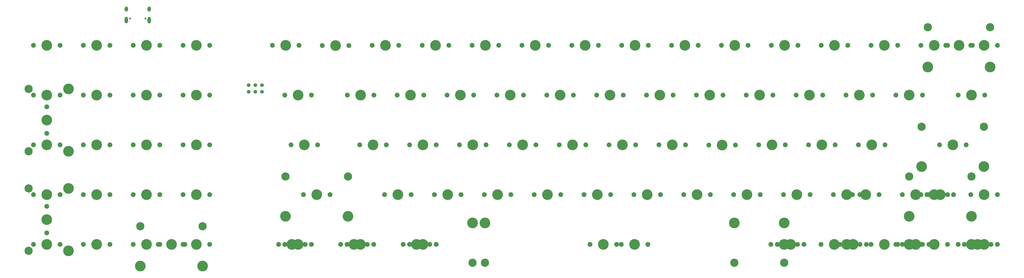
<source format=gts>
G04 #@! TF.GenerationSoftware,KiCad,Pcbnew,(5.1.4)-1*
G04 #@! TF.CreationDate,2020-10-07T14:53:25-04:00*
G04 #@! TF.ProjectId,southpawpcbv2,736f7574-6870-4617-9770-636276322e6b,rev?*
G04 #@! TF.SameCoordinates,Original*
G04 #@! TF.FileFunction,Soldermask,Top*
G04 #@! TF.FilePolarity,Negative*
%FSLAX46Y46*%
G04 Gerber Fmt 4.6, Leading zero omitted, Abs format (unit mm)*
G04 Created by KiCad (PCBNEW (5.1.4)-1) date 2020-10-07 14:53:25*
%MOMM*%
%LPD*%
G04 APERTURE LIST*
%ADD10C,4.087800*%
%ADD11C,1.850000*%
%ADD12C,3.148000*%
%ADD13C,0.750000*%
%ADD14O,1.300000X2.500000*%
%ADD15O,1.300000X1.900000*%
%ADD16C,1.408000*%
G04 APERTURE END LIST*
D10*
G04 #@! TO.C,MX51*
X251600000Y6400000D03*
D11*
X246520000Y6400000D03*
X256680000Y6400000D03*
G04 #@! TD*
D10*
G04 #@! TO.C,MX101*
X270700000Y6350000D03*
D11*
X265620000Y6350000D03*
X275780000Y6350000D03*
G04 #@! TD*
D10*
G04 #@! TO.C,MX13*
X17526000Y6350000D03*
D11*
X12446000Y6350000D03*
X22606000Y6350000D03*
D12*
X5619750Y13335000D03*
X29432250Y13335000D03*
D10*
X5619750Y-1905000D03*
X29432250Y-1905000D03*
G04 #@! TD*
G04 #@! TO.C,MX60*
X182499000Y6350000D03*
D11*
X177419000Y6350000D03*
X187579000Y6350000D03*
D12*
X132499100Y-635000D03*
X232498900Y-635000D03*
D10*
X132499100Y14605000D03*
X232498900Y14605000D03*
G04 #@! TD*
G04 #@! TO.C,MX61*
X194437000Y6350000D03*
D11*
X189357000Y6350000D03*
X199517000Y6350000D03*
D12*
X137287000Y-635000D03*
X251587000Y-635000D03*
D10*
X137287000Y14605000D03*
X251587000Y14605000D03*
G04 #@! TD*
G04 #@! TO.C,MX98*
X315995192Y44469869D03*
D11*
X310915192Y44469869D03*
X321075192Y44469869D03*
D12*
X304088942Y51454869D03*
X327901442Y51454869D03*
D10*
X304088942Y36214869D03*
X327901442Y36214869D03*
G04 #@! TD*
G04 #@! TO.C,MX68*
X227841206Y44414246D03*
D11*
X222761206Y44414246D03*
X232921206Y44414246D03*
G04 #@! TD*
D10*
G04 #@! TO.C,MX38*
X99280341Y82549283D03*
D11*
X94200341Y82549283D03*
X104360341Y82549283D03*
G04 #@! TD*
D10*
G04 #@! TO.C,MX56*
X175514000Y82550000D03*
D11*
X170434000Y82550000D03*
X180594000Y82550000D03*
G04 #@! TD*
D10*
G04 #@! TO.C,MX93*
X301752000Y6350000D03*
D11*
X296672000Y6350000D03*
X306832000Y6350000D03*
G04 #@! TD*
D10*
G04 #@! TO.C,MX88*
X308864000Y6350000D03*
D11*
X303784000Y6350000D03*
X313944000Y6350000D03*
G04 #@! TD*
D10*
G04 #@! TO.C,MX104*
X299339000Y6350000D03*
D11*
X294259000Y6350000D03*
X304419000Y6350000D03*
G04 #@! TD*
D10*
G04 #@! TO.C,MX28*
X282702000Y25400000D03*
D11*
X277622000Y25400000D03*
X287782000Y25400000D03*
G04 #@! TD*
D10*
G04 #@! TO.C,MX12*
X-11049000Y6350000D03*
D11*
X-16129000Y6350000D03*
X-5969000Y6350000D03*
G04 #@! TD*
D10*
G04 #@! TO.C,MX97*
X323124788Y63519096D03*
D11*
X318044788Y63519096D03*
X328204788Y63519096D03*
G04 #@! TD*
D10*
G04 #@! TO.C,MX24*
X63500000Y6350000D03*
D11*
X58420000Y6350000D03*
X68580000Y6350000D03*
G04 #@! TD*
D10*
G04 #@! TO.C,MX81*
X277876000Y6350000D03*
D11*
X272796000Y6350000D03*
X282956000Y6350000D03*
G04 #@! TD*
D13*
G04 #@! TO.C,USB1*
X7538200Y92810000D03*
X1758200Y92810000D03*
D14*
X328200Y92280000D03*
X8968200Y92280000D03*
D15*
X328200Y96460000D03*
X8968200Y96460000D03*
G04 #@! TD*
D16*
G04 #@! TO.C,J1*
X52070000Y64770000D03*
X52070000Y67310000D03*
X46990000Y67310000D03*
X46990000Y64770000D03*
X49530000Y67310000D03*
X49530000Y64770000D03*
G04 #@! TD*
D10*
G04 #@! TO.C,MX103*
X327914000Y82550000D03*
D11*
X322834000Y82550000D03*
X332994000Y82550000D03*
G04 #@! TD*
D10*
G04 #@! TO.C,MX102*
X318343779Y82556296D03*
D11*
X313263779Y82556296D03*
X323423779Y82556296D03*
D12*
X306437529Y89541296D03*
X330250029Y89541296D03*
D10*
X306437529Y74301296D03*
X330250029Y74301296D03*
G04 #@! TD*
G04 #@! TO.C,MX100*
X323088000Y6350000D03*
D11*
X318008000Y6350000D03*
X328168000Y6350000D03*
G04 #@! TD*
D10*
G04 #@! TO.C,MX99*
X327914000Y25400000D03*
D11*
X322834000Y25400000D03*
X332994000Y25400000D03*
G04 #@! TD*
D10*
G04 #@! TO.C,MX96*
X308864000Y82550000D03*
D11*
X303784000Y82550000D03*
X313944000Y82550000D03*
G04 #@! TD*
G04 #@! TO.C,MX95*
X330581000Y6350000D03*
X320421000Y6350000D03*
D10*
X325501000Y6350000D03*
G04 #@! TD*
G04 #@! TO.C,MX94*
X327914000Y6350000D03*
D11*
X322834000Y6350000D03*
X332994000Y6350000D03*
G04 #@! TD*
D10*
G04 #@! TO.C,MX92*
X308864000Y25400000D03*
D11*
X303784000Y25400000D03*
X313944000Y25400000D03*
G04 #@! TD*
D10*
G04 #@! TO.C,MX90*
X299290998Y63514483D03*
D11*
X294210998Y63514483D03*
X304370998Y63514483D03*
G04 #@! TD*
D10*
G04 #@! TO.C,MX89*
X289814000Y82550000D03*
D11*
X284734000Y82550000D03*
X294894000Y82550000D03*
G04 #@! TD*
D10*
G04 #@! TO.C,MX87*
X301752000Y25400000D03*
D11*
X296672000Y25400000D03*
X306832000Y25400000D03*
G04 #@! TD*
D10*
G04 #@! TO.C,MX86*
X289814000Y6350000D03*
D11*
X284734000Y6350000D03*
X294894000Y6350000D03*
G04 #@! TD*
D10*
G04 #@! TO.C,MX85*
X323106250Y17145000D03*
X299293750Y17145000D03*
D12*
X323106250Y32385000D03*
X299293750Y32385000D03*
D11*
X316280000Y25400000D03*
X306120000Y25400000D03*
D10*
X311200000Y25400000D03*
G04 #@! TD*
G04 #@! TO.C,MX84*
X284988000Y44450000D03*
D11*
X279908000Y44450000D03*
X290068000Y44450000D03*
G04 #@! TD*
D10*
G04 #@! TO.C,MX83*
X280289000Y63500000D03*
D11*
X275209000Y63500000D03*
X285369000Y63500000D03*
G04 #@! TD*
D10*
G04 #@! TO.C,MX82*
X270764000Y82550000D03*
D11*
X265684000Y82550000D03*
X275844000Y82550000D03*
G04 #@! TD*
D10*
G04 #@! TO.C,MX80*
X275463000Y6350000D03*
D11*
X270383000Y6350000D03*
X280543000Y6350000D03*
G04 #@! TD*
D10*
G04 #@! TO.C,MX79*
X275463000Y25400000D03*
D11*
X270383000Y25400000D03*
X280543000Y25400000D03*
G04 #@! TD*
D10*
G04 #@! TO.C,MX78*
X265938000Y44450000D03*
D11*
X260858000Y44450000D03*
X271018000Y44450000D03*
G04 #@! TD*
D10*
G04 #@! TO.C,MX77*
X261239000Y63500000D03*
D11*
X256159000Y63500000D03*
X266319000Y63500000D03*
G04 #@! TD*
D10*
G04 #@! TO.C,MX76*
X251714000Y82550000D03*
D11*
X246634000Y82550000D03*
X256794000Y82550000D03*
G04 #@! TD*
D10*
G04 #@! TO.C,MX75*
X254000000Y6350000D03*
D11*
X248920000Y6350000D03*
X259080000Y6350000D03*
G04 #@! TD*
D10*
G04 #@! TO.C,MX74*
X256413000Y25400000D03*
D11*
X251333000Y25400000D03*
X261493000Y25400000D03*
G04 #@! TD*
D10*
G04 #@! TO.C,MX73*
X246881586Y44481515D03*
D11*
X241801586Y44481515D03*
X251961586Y44481515D03*
G04 #@! TD*
D10*
G04 #@! TO.C,MX72*
X242189000Y63500000D03*
D11*
X237109000Y63500000D03*
X247269000Y63500000D03*
G04 #@! TD*
D10*
G04 #@! TO.C,MX71*
X232664000Y82550000D03*
D11*
X227584000Y82550000D03*
X237744000Y82550000D03*
G04 #@! TD*
D10*
G04 #@! TO.C,MX69*
X237363000Y25400000D03*
D11*
X232283000Y25400000D03*
X242443000Y25400000D03*
G04 #@! TD*
D10*
G04 #@! TO.C,MX67*
X223139000Y63500000D03*
D11*
X218059000Y63500000D03*
X228219000Y63500000D03*
G04 #@! TD*
D10*
G04 #@! TO.C,MX66*
X213614000Y82550000D03*
D11*
X208534000Y82550000D03*
X218694000Y82550000D03*
G04 #@! TD*
D10*
G04 #@! TO.C,MX65*
X218313000Y25400000D03*
D11*
X213233000Y25400000D03*
X223393000Y25400000D03*
G04 #@! TD*
G04 #@! TO.C,MX64*
X213868000Y44450000D03*
X203708000Y44450000D03*
D10*
X208788000Y44450000D03*
G04 #@! TD*
G04 #@! TO.C,MX63*
X204089000Y63500000D03*
D11*
X199009000Y63500000D03*
X209169000Y63500000D03*
G04 #@! TD*
D10*
G04 #@! TO.C,MX62*
X194564000Y82550000D03*
D11*
X189484000Y82550000D03*
X199644000Y82550000D03*
G04 #@! TD*
D10*
G04 #@! TO.C,MX59*
X199263000Y25400000D03*
D11*
X194183000Y25400000D03*
X204343000Y25400000D03*
G04 #@! TD*
D10*
G04 #@! TO.C,MX58*
X189738000Y44450000D03*
D11*
X184658000Y44450000D03*
X194818000Y44450000D03*
G04 #@! TD*
D10*
G04 #@! TO.C,MX57*
X185039000Y63500000D03*
D11*
X179959000Y63500000D03*
X190119000Y63500000D03*
G04 #@! TD*
D10*
G04 #@! TO.C,MX55*
X180213000Y25400000D03*
D11*
X175133000Y25400000D03*
X185293000Y25400000D03*
G04 #@! TD*
D10*
G04 #@! TO.C,MX54*
X170688000Y44450000D03*
D11*
X165608000Y44450000D03*
X175768000Y44450000D03*
G04 #@! TD*
D10*
G04 #@! TO.C,MX53*
X165989000Y63500000D03*
D11*
X160909000Y63500000D03*
X171069000Y63500000D03*
G04 #@! TD*
D10*
G04 #@! TO.C,MX52*
X156464000Y82550000D03*
D11*
X151384000Y82550000D03*
X161544000Y82550000D03*
G04 #@! TD*
D10*
G04 #@! TO.C,MX50*
X161163000Y25400000D03*
D11*
X156083000Y25400000D03*
X166243000Y25400000D03*
G04 #@! TD*
D10*
G04 #@! TO.C,MX49*
X151638000Y44450000D03*
D11*
X146558000Y44450000D03*
X156718000Y44450000D03*
G04 #@! TD*
D10*
G04 #@! TO.C,MX48*
X146939000Y63500000D03*
D11*
X141859000Y63500000D03*
X152019000Y63500000D03*
G04 #@! TD*
D10*
G04 #@! TO.C,MX47*
X137414000Y82550000D03*
D11*
X132334000Y82550000D03*
X142494000Y82550000D03*
G04 #@! TD*
D10*
G04 #@! TO.C,MX46*
X142113000Y25400000D03*
D11*
X137033000Y25400000D03*
X147193000Y25400000D03*
G04 #@! TD*
D10*
G04 #@! TO.C,MX45*
X132588000Y44450000D03*
D11*
X127508000Y44450000D03*
X137668000Y44450000D03*
G04 #@! TD*
D10*
G04 #@! TO.C,MX44*
X127889000Y63500000D03*
D11*
X122809000Y63500000D03*
X132969000Y63500000D03*
G04 #@! TD*
D10*
G04 #@! TO.C,MX43*
X118364000Y82550000D03*
D11*
X113284000Y82550000D03*
X123444000Y82550000D03*
G04 #@! TD*
D10*
G04 #@! TO.C,MX42*
X113538000Y6350000D03*
D11*
X108458000Y6350000D03*
X118618000Y6350000D03*
G04 #@! TD*
D10*
G04 #@! TO.C,MX41*
X123063000Y25400000D03*
D11*
X117983000Y25400000D03*
X128143000Y25400000D03*
G04 #@! TD*
D10*
G04 #@! TO.C,MX40*
X113538000Y44450000D03*
D11*
X108458000Y44450000D03*
X118618000Y44450000D03*
G04 #@! TD*
D10*
G04 #@! TO.C,MX39*
X108839000Y63500000D03*
D11*
X103759000Y63500000D03*
X113919000Y63500000D03*
G04 #@! TD*
D10*
G04 #@! TO.C,MX37*
X111125000Y6350000D03*
D11*
X106045000Y6350000D03*
X116205000Y6350000D03*
G04 #@! TD*
D10*
G04 #@! TO.C,MX36*
X89662000Y6350000D03*
D11*
X84582000Y6350000D03*
X94742000Y6350000D03*
G04 #@! TD*
D10*
G04 #@! TO.C,MX35*
X104013000Y25400000D03*
D11*
X98933000Y25400000D03*
X109093000Y25400000D03*
G04 #@! TD*
D10*
G04 #@! TO.C,MX34*
X94488000Y44450000D03*
D11*
X89408000Y44450000D03*
X99568000Y44450000D03*
G04 #@! TD*
D10*
G04 #@! TO.C,MX33*
X89789000Y63500000D03*
D11*
X84709000Y63500000D03*
X94869000Y63500000D03*
G04 #@! TD*
D10*
G04 #@! TO.C,MX32*
X80207937Y82532005D03*
D11*
X75127937Y82532005D03*
X85287937Y82532005D03*
G04 #@! TD*
D10*
G04 #@! TO.C,MX31*
X87249000Y6350000D03*
D11*
X82169000Y6350000D03*
X92329000Y6350000D03*
G04 #@! TD*
D10*
G04 #@! TO.C,MX30*
X73025000Y25400000D03*
D11*
X67945000Y25400000D03*
X78105000Y25400000D03*
D12*
X61118750Y32385000D03*
X84931250Y32385000D03*
D10*
X61118750Y17145000D03*
X84931250Y17145000D03*
G04 #@! TD*
G04 #@! TO.C,MX29*
X65913000Y6350000D03*
D11*
X60833000Y6350000D03*
X70993000Y6350000D03*
G04 #@! TD*
D10*
G04 #@! TO.C,MX27*
X68288579Y44447006D03*
D11*
X63208579Y44447006D03*
X73368579Y44447006D03*
G04 #@! TD*
D10*
G04 #@! TO.C,MX26*
X65913000Y63500000D03*
D11*
X60833000Y63500000D03*
X70993000Y63500000D03*
G04 #@! TD*
D10*
G04 #@! TO.C,MX25*
X61162065Y82550000D03*
D11*
X56082065Y82550000D03*
X66242065Y82550000D03*
G04 #@! TD*
D10*
G04 #@! TO.C,MX23*
X27051000Y6350000D03*
D11*
X21971000Y6350000D03*
X32131000Y6350000D03*
G04 #@! TD*
D10*
G04 #@! TO.C,MX22*
X27051000Y25400000D03*
D11*
X21971000Y25400000D03*
X32131000Y25400000D03*
G04 #@! TD*
D10*
G04 #@! TO.C,MX21*
X27051000Y44450000D03*
D11*
X21971000Y44450000D03*
X32131000Y44450000D03*
G04 #@! TD*
D10*
G04 #@! TO.C,MX20*
X27051000Y63500000D03*
D11*
X21971000Y63500000D03*
X32131000Y63500000D03*
G04 #@! TD*
D10*
G04 #@! TO.C,MX19*
X27051000Y82550000D03*
D11*
X21971000Y82550000D03*
X32131000Y82550000D03*
G04 #@! TD*
D10*
G04 #@! TO.C,MX18*
X8001000Y6350000D03*
D11*
X2921000Y6350000D03*
X13081000Y6350000D03*
G04 #@! TD*
D10*
G04 #@! TO.C,MX17*
X8001000Y25400000D03*
D11*
X2921000Y25400000D03*
X13081000Y25400000D03*
G04 #@! TD*
D10*
G04 #@! TO.C,MX16*
X8001000Y44450000D03*
D11*
X2921000Y44450000D03*
X13081000Y44450000D03*
G04 #@! TD*
D10*
G04 #@! TO.C,MX15*
X8001000Y63500000D03*
D11*
X2921000Y63500000D03*
X13081000Y63500000D03*
G04 #@! TD*
D10*
G04 #@! TO.C,MX14*
X8001000Y82550000D03*
D11*
X2921000Y82550000D03*
X13081000Y82550000D03*
G04 #@! TD*
D10*
G04 #@! TO.C,MX11*
X-11049000Y25400000D03*
D11*
X-16129000Y25400000D03*
X-5969000Y25400000D03*
G04 #@! TD*
D10*
G04 #@! TO.C,MX10*
X-11049000Y44450000D03*
D11*
X-16129000Y44450000D03*
X-5969000Y44450000D03*
G04 #@! TD*
D10*
G04 #@! TO.C,MX9*
X-11049000Y63500000D03*
D11*
X-16129000Y63500000D03*
X-5969000Y63500000D03*
G04 #@! TD*
D10*
G04 #@! TO.C,MX8*
X-11049000Y82550000D03*
D11*
X-16129000Y82550000D03*
X-5969000Y82550000D03*
G04 #@! TD*
D10*
G04 #@! TO.C,MX7*
X-30099000Y25400000D03*
D11*
X-35179000Y25400000D03*
X-25019000Y25400000D03*
G04 #@! TD*
D10*
G04 #@! TO.C,MX6*
X-30099000Y6350000D03*
D11*
X-35179000Y6350000D03*
X-25019000Y6350000D03*
G04 #@! TD*
D10*
G04 #@! TO.C,MX5*
X-30099000Y63500000D03*
D11*
X-35179000Y63500000D03*
X-25019000Y63500000D03*
G04 #@! TD*
D10*
G04 #@! TO.C,MX4*
X-30099000Y44450000D03*
D11*
X-35179000Y44450000D03*
X-25019000Y44450000D03*
G04 #@! TD*
D10*
G04 #@! TO.C,MX3*
X-30099000Y82550000D03*
D11*
X-35179000Y82550000D03*
X-25019000Y82550000D03*
G04 #@! TD*
D10*
G04 #@! TO.C,MX2*
X-30099000Y15875000D03*
D11*
X-30099000Y10795000D03*
X-30099000Y20955000D03*
D12*
X-37084000Y3968750D03*
X-37084000Y27781250D03*
D10*
X-21844000Y3968750D03*
X-21844000Y27781250D03*
G04 #@! TD*
G04 #@! TO.C,MX1*
X-30099000Y53975000D03*
D11*
X-30099000Y48895000D03*
X-30099000Y59055000D03*
D12*
X-37084000Y42068750D03*
X-37084000Y65881250D03*
D10*
X-21844000Y42068750D03*
X-21844000Y65881250D03*
G04 #@! TD*
M02*

</source>
